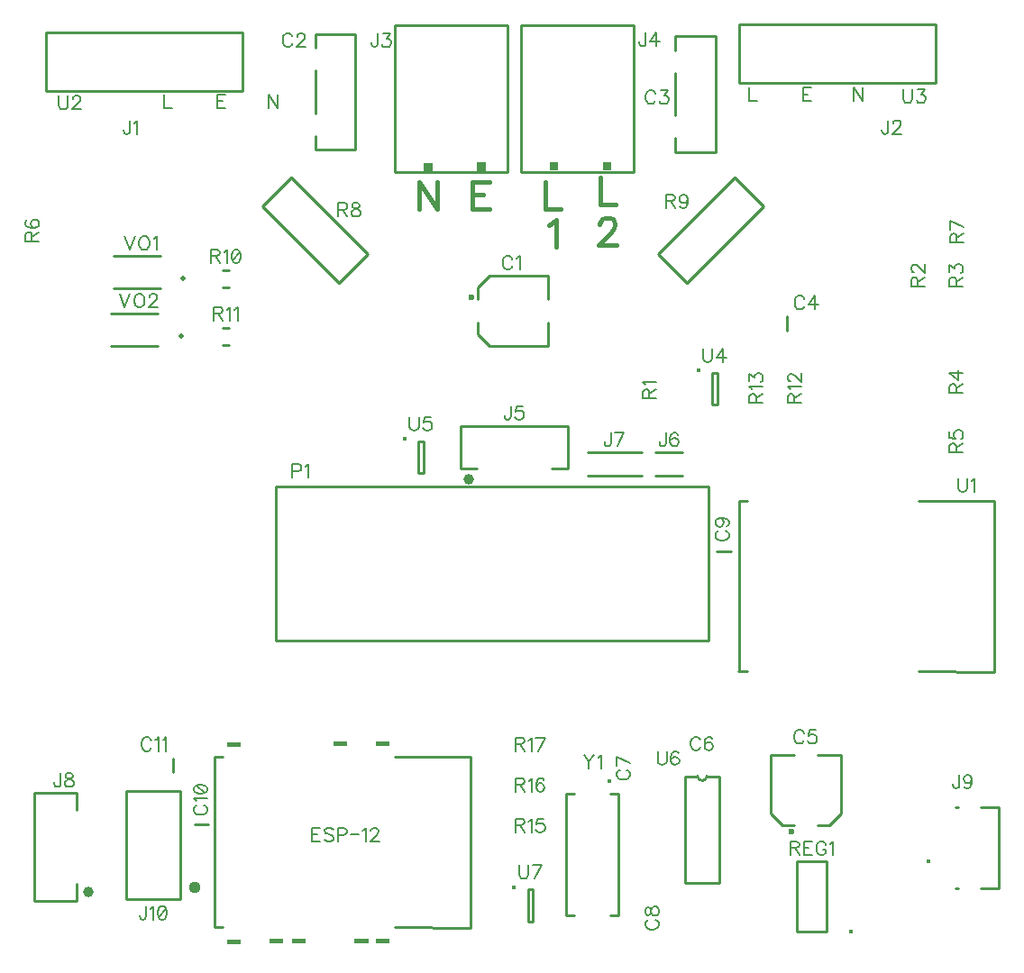
<source format=gto>
G04 DipTrace 2.4.0.2*
%INTopSilk.gto*%
%MOMM*%
%ADD10C,0.25*%
%ADD17C,1.0*%
%ADD18C,1.111*%
%ADD24O,0.392X0.391*%
%ADD26O,0.463X0.471*%
%ADD30O,0.6X0.6*%
%ADD39O,0.401X0.4*%
%ADD115C,0.196*%
%FSLAX53Y53*%
G04*
G71*
G90*
G75*
G01*
%LNTopSilk*%
%LPD*%
X77186Y38339D2*
D10*
Y54341D1*
X77135Y38339D2*
X77948D1*
X77236Y54341D2*
X77948D1*
X94076Y38339D2*
X101189Y38313D1*
X94076Y54341D2*
X101189D1*
Y38339D2*
Y54341D1*
X30613Y92891D2*
X12147D1*
Y98383D1*
X30613D1*
Y92891D1*
X77260Y99189D2*
X95726D1*
Y93697D1*
X77260D1*
Y99189D1*
X33725Y55765D2*
X74325D1*
Y41265D1*
X33725D1*
Y55765D1*
D24*
X73426Y66624D3*
X74700Y66390D2*
D10*
Y63390D1*
X75200D1*
Y66390D1*
X74700D1*
D26*
X25028Y75258D3*
X22850Y74375D2*
D10*
X18450D1*
X22850Y77375D2*
X18450D1*
X44900Y85240D2*
X55500D1*
Y99040D1*
X44900D1*
Y85240D1*
G36*
X47604Y86144D2*
X48401D1*
Y85344D1*
X47604D1*
Y86144D1*
G37*
G36*
X52601Y86169D2*
X53399D1*
Y85370D1*
X52601D1*
Y86169D1*
G37*
X61150Y61440D2*
D10*
Y57440D1*
X51050Y61440D2*
Y57440D1*
Y61440D2*
X61150D1*
X51050Y57440D2*
X52600D1*
X59600D2*
X61150D1*
D17*
X51856Y56399D3*
X59302Y75540D2*
D10*
Y73340D1*
Y75540D2*
X53802D1*
X52703Y74440D2*
X53802Y75540D1*
X52703Y74440D2*
Y73340D1*
X59302Y71140D2*
Y68940D1*
X53802D1*
X52703Y70040D2*
X53802Y68940D1*
X52703Y71140D2*
Y70040D1*
D30*
X52102Y73540D3*
X56710Y85306D2*
D10*
X67310D1*
Y99106D1*
X56710D1*
Y85306D1*
G36*
X59414Y86210D2*
X60211D1*
Y85410D1*
X59414D1*
Y86210D1*
G37*
G36*
X64411Y86235D2*
X65209D1*
Y85436D1*
X64411D1*
Y86235D1*
G37*
X37401Y87360D2*
D10*
Y88700D1*
X41200Y98260D2*
X37401D1*
X41200Y87360D2*
X37401D1*
Y96920D2*
Y98260D1*
Y90810D2*
Y94810D1*
X41200Y87360D2*
Y98260D1*
X71201Y87160D2*
Y88500D1*
X75000Y98060D2*
X71201D1*
X75000Y87160D2*
X71201D1*
Y96720D2*
Y98060D1*
Y90610D2*
Y94610D1*
X75000Y87160D2*
Y98060D1*
X35161Y84773D2*
X42357Y77577D1*
X39663Y74883D2*
X42357Y77577D1*
X32467Y82079D2*
X39663Y74883D1*
X32467Y82079D2*
X35161Y84773D1*
X79533Y82079D2*
X72337Y74883D1*
X69643Y77577D2*
X72337Y74883D1*
X76839Y84773D2*
X69643Y77577D1*
X76839Y84773D2*
X79533Y82079D1*
D26*
X24828Y69858D3*
X22650Y68975D2*
D10*
X18250D1*
X22650Y71975D2*
X18250D1*
X29299Y70639D2*
X28701D1*
X29299Y69041D2*
X28701D1*
X62965Y58910D2*
X68045D1*
X62965Y56770D2*
X68045D1*
X29299Y76039D2*
X28701D1*
X29299Y74441D2*
X28701D1*
D24*
X45826Y60224D3*
X47100Y59990D2*
D10*
Y56990D1*
X47600D1*
Y59990D1*
X47100D1*
X81749Y70391D2*
Y71690D1*
X69365Y58910D2*
X71905D1*
X69365Y56770D2*
X71905D1*
X72155Y28486D2*
Y18487D1*
X72156D2*
X75375D1*
X75376D2*
Y28486D1*
X72156D2*
X73332D1*
X75375D2*
X74199D1*
X73332D2*
G03X74199Y28486I434J35D01*
G01*
D39*
X94993Y20470D3*
X97523Y17970D2*
D10*
X97763D1*
X99943D2*
X101593D1*
Y25569D1*
X99943D1*
X97523D2*
X97763D1*
D24*
X87726Y13939D3*
X85459Y13913D2*
D10*
Y20513D1*
X82660Y13913D2*
Y20513D1*
X85459D2*
X82660D1*
X85459Y13913D2*
X82660D1*
X80167Y30458D2*
X82366D1*
X80167D2*
Y24959D1*
X81267Y23859D2*
X80167Y24959D1*
X81267Y23859D2*
X82366D1*
X84567Y30458D2*
X86767D1*
Y24959D1*
X85666Y23859D2*
X86767Y24959D1*
X84567Y23859D2*
X85666D1*
D30*
X82167Y23258D3*
D24*
X65024Y28065D3*
X65162Y26818D2*
D10*
X65912D1*
X61012Y15418D2*
X61762D1*
X61012Y26818D2*
Y15418D1*
Y26818D2*
X61762D1*
X65162Y15418D2*
X65912D1*
Y26818D2*
Y15418D1*
X11038Y26908D2*
X15038D1*
X11038Y16808D2*
X15038D1*
X11038D2*
Y26908D1*
X15038Y16808D2*
Y18359D1*
Y25358D2*
Y26908D1*
D17*
X16079Y17614D3*
X19643Y16977D2*
D10*
X24723D1*
Y27137D1*
X19643D1*
Y16977D1*
D24*
X56103Y18078D3*
X57376Y17844D2*
D10*
Y14844D1*
X57876D1*
Y17844D1*
X57376D1*
X75151Y49591D2*
X76450D1*
X27960Y14295D2*
Y30296D1*
X27910Y14295D2*
X28723D1*
X28011Y30296D2*
X28723D1*
X44851Y14295D2*
X51964Y14269D1*
X44851Y30296D2*
X51964D1*
Y14295D2*
Y30296D1*
X26050Y23991D2*
X27349D1*
X24051Y30190D2*
Y28891D1*
D18*
X26072Y18009D3*
G36*
X29100Y31640D2*
X30400D1*
Y31240D1*
X29100D1*
Y31640D1*
G37*
G36*
X39100Y31740D2*
X40400D1*
Y31340D1*
X39100D1*
Y31740D1*
G37*
G36*
X43100D2*
X44400D1*
Y31340D1*
X43100D1*
Y31740D1*
G37*
G36*
Y13240D2*
X44400D1*
Y12840D1*
X43100D1*
Y13240D1*
G37*
G36*
X41100D2*
X42400D1*
Y12840D1*
X41100D1*
Y13240D1*
G37*
G36*
X35200D2*
X36500D1*
Y12840D1*
X35200D1*
Y13240D1*
G37*
G36*
X33100D2*
X34400D1*
Y12840D1*
X33100D1*
Y13240D1*
G37*
G36*
X29100Y13140D2*
X30400D1*
Y12740D1*
X29100D1*
Y13140D1*
G37*
X97788Y56500D2*
D115*
Y55589D1*
X97849Y55406D1*
X97971Y55286D1*
X98153Y55224D1*
X98274D1*
X98457Y55286D1*
X98579Y55406D1*
X98639Y55589D1*
Y56500D1*
X99031Y56256D2*
X99153Y56317D1*
X99336Y56498D1*
Y55224D1*
X13333Y92443D2*
Y91532D1*
X13393Y91349D1*
X13515Y91229D1*
X13698Y91167D1*
X13819D1*
X14001Y91229D1*
X14123Y91349D1*
X14184Y91532D1*
Y92443D1*
X14638Y92138D2*
Y92199D1*
X14698Y92321D1*
X14758Y92381D1*
X14881Y92442D1*
X15123D1*
X15244Y92381D1*
X15304Y92321D1*
X15366Y92199D1*
Y92078D1*
X15304Y91956D1*
X15184Y91775D1*
X14576Y91167D1*
X15427D1*
X92646Y93049D2*
Y92138D1*
X92706Y91956D1*
X92828Y91835D1*
X93011Y91773D1*
X93132D1*
X93314Y91835D1*
X93436Y91956D1*
X93497Y92138D1*
Y93049D1*
X94011Y93048D2*
X94678D1*
X94314Y92562D1*
X94497D1*
X94617Y92502D1*
X94678Y92441D1*
X94740Y92259D1*
Y92138D1*
X94678Y91956D1*
X94557Y91834D1*
X94375Y91773D1*
X94192D1*
X94011Y91834D1*
X93951Y91895D1*
X93889Y92016D1*
X35251Y57157D2*
X35799D1*
X35980Y57217D1*
X36042Y57279D1*
X36102Y57400D1*
Y57582D1*
X36042Y57703D1*
X35980Y57765D1*
X35799Y57825D1*
X35251D1*
Y56549D1*
X36494Y57581D2*
X36616Y57642D1*
X36799Y57823D1*
Y56549D1*
X20012Y90132D2*
Y89161D1*
X19951Y88978D1*
X19890Y88918D1*
X19769Y88856D1*
X19647D1*
X19526Y88918D1*
X19466Y88978D1*
X19404Y89161D1*
Y89282D1*
X20404Y89888D2*
X20526Y89950D1*
X20709Y90131D1*
Y88856D1*
X91225Y90132D2*
Y89161D1*
X91165Y88978D1*
X91103Y88918D1*
X90982Y88856D1*
X90860D1*
X90739Y88918D1*
X90679Y88978D1*
X90617Y89161D1*
Y89282D1*
X91679Y89828D2*
Y89888D1*
X91739Y90010D1*
X91800Y90071D1*
X91922Y90131D1*
X92165D1*
X92285Y90071D1*
X92346Y90010D1*
X92408Y89888D1*
Y89767D1*
X92346Y89645D1*
X92225Y89464D1*
X91617Y88856D1*
X92468D1*
X73851Y68679D2*
Y67768D1*
X73911Y67585D1*
X74033Y67465D1*
X74216Y67403D1*
X74337D1*
X74519Y67465D1*
X74641Y67585D1*
X74702Y67768D1*
Y68679D1*
X75702Y67403D2*
Y68678D1*
X75094Y67828D1*
X76005D1*
X19514Y79235D2*
X19999Y77959D1*
X20485Y79235D1*
X21242D2*
X21120Y79175D1*
X20999Y79052D1*
X20938Y78932D1*
X20877Y78749D1*
Y78445D1*
X20938Y78263D1*
X20999Y78141D1*
X21120Y78021D1*
X21242Y77959D1*
X21485D1*
X21606Y78021D1*
X21728Y78141D1*
X21788Y78263D1*
X21849Y78445D1*
Y78749D1*
X21788Y78932D1*
X21728Y79052D1*
X21606Y79175D1*
X21485Y79235D1*
X21242D1*
X22241Y78991D2*
X22363Y79052D1*
X22545Y79233D1*
Y77959D1*
X43282Y98300D2*
Y97328D1*
X43222Y97146D1*
X43160Y97086D1*
X43040Y97024D1*
X42917D1*
X42797Y97086D1*
X42736Y97146D1*
X42675Y97328D1*
Y97449D1*
X43797Y98298D2*
X44464D1*
X44100Y97813D1*
X44283D1*
X44403Y97752D1*
X44464Y97692D1*
X44525Y97510D1*
Y97389D1*
X44464Y97206D1*
X44343Y97084D1*
X44160Y97024D1*
X43978D1*
X43797Y97084D1*
X43736Y97146D1*
X43675Y97267D1*
X68798Y64016D2*
Y64562D1*
X68736Y64745D1*
X68676Y64807D1*
X68555Y64867D1*
X68433D1*
X68312Y64807D1*
X68251Y64745D1*
X68190Y64562D1*
Y64016D1*
X69466D1*
X68798Y64442D2*
X69466Y64867D1*
X68434Y65259D2*
X68373Y65381D1*
X68192Y65564D1*
X69466D1*
X55782Y63300D2*
Y62328D1*
X55722Y62146D1*
X55660Y62086D1*
X55540Y62024D1*
X55417D1*
X55297Y62086D1*
X55236Y62146D1*
X55175Y62328D1*
Y62449D1*
X56903Y63298D2*
X56297D1*
X56236Y62752D1*
X56297Y62813D1*
X56479Y62875D1*
X56660D1*
X56843Y62813D1*
X56965Y62692D1*
X57025Y62510D1*
Y62389D1*
X56965Y62206D1*
X56843Y62084D1*
X56660Y62024D1*
X56479D1*
X56297Y62084D1*
X56236Y62146D1*
X56175Y62267D1*
X93998Y74543D2*
Y75089D1*
X93936Y75272D1*
X93876Y75334D1*
X93755Y75394D1*
X93633D1*
X93512Y75334D1*
X93451Y75272D1*
X93390Y75089D1*
Y74543D1*
X94666D1*
X93998Y74969D2*
X94666Y75394D1*
X93695Y75848D2*
X93634D1*
X93512Y75908D1*
X93452Y75969D1*
X93392Y76091D1*
Y76334D1*
X93452Y76454D1*
X93512Y76515D1*
X93634Y76576D1*
X93755D1*
X93877Y76515D1*
X94058Y76394D1*
X94666Y75786D1*
Y76637D1*
X97598Y74543D2*
Y75089D1*
X97536Y75272D1*
X97476Y75334D1*
X97355Y75394D1*
X97233D1*
X97112Y75334D1*
X97051Y75272D1*
X96990Y75089D1*
Y74543D1*
X98266D1*
X97598Y74969D2*
X98266Y75394D1*
X96992Y75908D2*
Y76575D1*
X97477Y76211D1*
Y76394D1*
X97538Y76515D1*
X97598Y76575D1*
X97781Y76637D1*
X97901D1*
X98084Y76575D1*
X98206Y76454D1*
X98266Y76272D1*
Y76089D1*
X98206Y75908D1*
X98144Y75848D1*
X98023Y75786D1*
X97598Y64513D2*
Y65059D1*
X97536Y65242D1*
X97476Y65303D1*
X97355Y65364D1*
X97233D1*
X97112Y65303D1*
X97051Y65242D1*
X96990Y65059D1*
Y64513D1*
X98266D1*
X97598Y64938D2*
X98266Y65364D1*
Y66364D2*
X96992D1*
X97841Y65756D1*
Y66667D1*
X55923Y77097D2*
X55862Y77217D1*
X55740Y77340D1*
X55619Y77400D1*
X55377D1*
X55254Y77340D1*
X55134Y77217D1*
X55072Y77097D1*
X55012Y76914D1*
Y76610D1*
X55072Y76428D1*
X55134Y76306D1*
X55254Y76186D1*
X55377Y76124D1*
X55619D1*
X55740Y76186D1*
X55862Y76306D1*
X55923Y76428D1*
X56315Y77156D2*
X56437Y77217D1*
X56619Y77398D1*
Y76124D1*
X97598Y58943D2*
Y59489D1*
X97536Y59672D1*
X97476Y59734D1*
X97355Y59794D1*
X97233D1*
X97112Y59734D1*
X97051Y59672D1*
X96990Y59489D1*
Y58943D1*
X98266D1*
X97598Y59369D2*
X98266Y59794D1*
X96992Y60915D2*
Y60308D1*
X97538Y60248D1*
X97477Y60308D1*
X97416Y60491D1*
Y60672D1*
X97477Y60854D1*
X97598Y60976D1*
X97781Y61037D1*
X97901D1*
X98084Y60976D1*
X98206Y60854D1*
X98266Y60672D1*
Y60491D1*
X98206Y60308D1*
X98144Y60248D1*
X98023Y60186D1*
X68462Y98366D2*
Y97395D1*
X68402Y97212D1*
X68340Y97152D1*
X68219Y97090D1*
X68097D1*
X67977Y97152D1*
X67916Y97212D1*
X67854Y97395D1*
Y97515D1*
X69462Y97090D2*
Y98365D1*
X68854Y97515D1*
X69766D1*
X10798Y78774D2*
Y79320D1*
X10736Y79503D1*
X10676Y79564D1*
X10555Y79625D1*
X10433D1*
X10312Y79564D1*
X10251Y79503D1*
X10190Y79320D1*
Y78774D1*
X11466D1*
X10798Y79199D2*
X11466Y79625D1*
X10373Y80746D2*
X10252Y80685D1*
X10192Y80503D1*
Y80382D1*
X10252Y80199D1*
X10434Y80077D1*
X10738Y80017D1*
X11041D1*
X11284Y80077D1*
X11406Y80199D1*
X11466Y80382D1*
Y80442D1*
X11406Y80623D1*
X11284Y80746D1*
X11101Y80806D1*
X11041D1*
X10858Y80746D1*
X10738Y80623D1*
X10677Y80442D1*
Y80382D1*
X10738Y80199D1*
X10858Y80077D1*
X11041Y80017D1*
X97654Y78639D2*
Y79186D1*
X97592Y79368D1*
X97532Y79430D1*
X97411Y79490D1*
X97289D1*
X97169Y79430D1*
X97107Y79368D1*
X97046Y79186D1*
Y78639D1*
X98322D1*
X97654Y79065D2*
X98322Y79490D1*
Y80125D2*
X97048Y80733D1*
Y79882D1*
X35259Y98017D2*
X35199Y98137D1*
X35077Y98260D1*
X34956Y98320D1*
X34713D1*
X34591Y98260D1*
X34470Y98137D1*
X34408Y98017D1*
X34348Y97834D1*
Y97530D1*
X34408Y97348D1*
X34470Y97226D1*
X34591Y97106D1*
X34713Y97044D1*
X34956D1*
X35077Y97106D1*
X35199Y97226D1*
X35259Y97348D1*
X35713Y98015D2*
Y98076D1*
X35773Y98198D1*
X35834Y98258D1*
X35956Y98318D1*
X36199D1*
X36319Y98258D1*
X36380Y98198D1*
X36442Y98076D1*
Y97955D1*
X36380Y97833D1*
X36259Y97652D1*
X35651Y97044D1*
X36502D1*
X69357Y92654D2*
X69296Y92775D1*
X69174Y92897D1*
X69053Y92957D1*
X68811D1*
X68688Y92897D1*
X68568Y92775D1*
X68506Y92654D1*
X68446Y92472D1*
Y92167D1*
X68506Y91986D1*
X68568Y91864D1*
X68688Y91743D1*
X68811Y91681D1*
X69053D1*
X69174Y91743D1*
X69296Y91864D1*
X69357Y91986D1*
X69871Y92956D2*
X70538D1*
X70174Y92470D1*
X70357D1*
X70477Y92410D1*
X70538Y92350D1*
X70599Y92167D1*
Y92046D1*
X70538Y91864D1*
X70417Y91742D1*
X70234Y91681D1*
X70052D1*
X69871Y91742D1*
X69811Y91803D1*
X69749Y91924D1*
X39566Y81757D2*
X40112D1*
X40294Y81819D1*
X40356Y81879D1*
X40416Y82000D1*
Y82122D1*
X40356Y82243D1*
X40294Y82305D1*
X40112Y82365D1*
X39566D1*
Y81089D1*
X39991Y81757D2*
X40416Y81089D1*
X41112Y82364D2*
X40931Y82303D1*
X40869Y82183D1*
Y82061D1*
X40931Y81940D1*
X41051Y81878D1*
X41294Y81818D1*
X41477Y81757D1*
X41598Y81635D1*
X41658Y81514D1*
Y81332D1*
X41598Y81211D1*
X41537Y81149D1*
X41355Y81089D1*
X41112D1*
X40931Y81149D1*
X40869Y81211D1*
X40809Y81332D1*
Y81514D1*
X40869Y81635D1*
X40991Y81757D1*
X41172Y81818D1*
X41415Y81878D1*
X41537Y81940D1*
X41598Y82061D1*
Y82183D1*
X41537Y82303D1*
X41355Y82364D1*
X41112D1*
X70372Y82557D2*
X70918D1*
X71100Y82619D1*
X71162Y82679D1*
X71222Y82800D1*
Y82922D1*
X71162Y83043D1*
X71100Y83105D1*
X70918Y83165D1*
X70372D1*
Y81889D1*
X70797Y82557D2*
X71222Y81889D1*
X72405Y82740D2*
X72343Y82557D1*
X72222Y82435D1*
X72040Y82375D1*
X71979D1*
X71797Y82435D1*
X71676Y82557D1*
X71614Y82740D1*
Y82800D1*
X71676Y82983D1*
X71797Y83103D1*
X71979Y83164D1*
X72040D1*
X72222Y83103D1*
X72343Y82983D1*
X72405Y82740D1*
Y82435D1*
X72343Y82132D1*
X72222Y81949D1*
X72040Y81889D1*
X71919D1*
X71737Y81949D1*
X71676Y82072D1*
X19040Y73835D2*
X19526Y72559D1*
X20012Y73835D1*
X20769D2*
X20647Y73775D1*
X20526Y73652D1*
X20464Y73532D1*
X20404Y73349D1*
Y73045D1*
X20464Y72863D1*
X20526Y72741D1*
X20647Y72621D1*
X20769Y72559D1*
X21012D1*
X21133Y72621D1*
X21255Y72741D1*
X21315Y72863D1*
X21376Y73045D1*
Y73349D1*
X21315Y73532D1*
X21255Y73652D1*
X21133Y73775D1*
X21012Y73835D1*
X20769D1*
X21829Y73530D2*
Y73591D1*
X21890Y73713D1*
X21950Y73773D1*
X22072Y73833D1*
X22315D1*
X22436Y73773D1*
X22496Y73713D1*
X22558Y73591D1*
Y73470D1*
X22496Y73348D1*
X22376Y73167D1*
X21768Y72559D1*
X22618D1*
X27878Y71992D2*
X28424D1*
X28606Y72054D1*
X28668Y72114D1*
X28729Y72235D1*
Y72357D1*
X28668Y72478D1*
X28606Y72540D1*
X28424Y72600D1*
X27878D1*
Y71324D1*
X28303Y71992D2*
X28729Y71324D1*
X29121Y72356D2*
X29243Y72417D1*
X29425Y72598D1*
Y71324D1*
X29818Y72356D2*
X29940Y72417D1*
X30122Y72598D1*
Y71324D1*
X65187Y60770D2*
Y59798D1*
X65127Y59616D1*
X65065Y59556D1*
X64945Y59494D1*
X64822D1*
X64702Y59556D1*
X64641Y59616D1*
X64580Y59798D1*
Y59919D1*
X65823Y59494D2*
X66430Y60768D1*
X65580D1*
X82398Y63595D2*
Y64141D1*
X82336Y64323D1*
X82276Y64385D1*
X82155Y64446D1*
X82033D1*
X81912Y64385D1*
X81851Y64323D1*
X81790Y64141D1*
Y63595D1*
X83066D1*
X82398Y64020D2*
X83066Y64446D1*
X82034Y64838D2*
X81973Y64960D1*
X81792Y65142D1*
X83066D1*
X82095Y65596D2*
X82034D1*
X81912Y65657D1*
X81852Y65717D1*
X81792Y65839D1*
Y66082D1*
X81852Y66203D1*
X81912Y66263D1*
X82034Y66325D1*
X82155D1*
X82277Y66263D1*
X82458Y66142D1*
X83066Y65534D1*
Y66385D1*
X78798Y63595D2*
Y64141D1*
X78736Y64323D1*
X78676Y64385D1*
X78555Y64446D1*
X78433D1*
X78312Y64385D1*
X78251Y64323D1*
X78190Y64141D1*
Y63595D1*
X79466D1*
X78798Y64020D2*
X79466Y64446D1*
X78434Y64838D2*
X78373Y64960D1*
X78192Y65142D1*
X79466D1*
X78192Y65657D2*
Y66323D1*
X78677Y65960D1*
Y66142D1*
X78738Y66263D1*
X78798Y66323D1*
X78981Y66385D1*
X79101D1*
X79284Y66323D1*
X79406Y66203D1*
X79466Y66020D1*
Y65838D1*
X79406Y65657D1*
X79344Y65596D1*
X79223Y65534D1*
X27605Y77392D2*
X28151D1*
X28333Y77454D1*
X28395Y77514D1*
X28456Y77635D1*
Y77757D1*
X28395Y77878D1*
X28333Y77940D1*
X28151Y78000D1*
X27605D1*
Y76724D1*
X28030Y77392D2*
X28456Y76724D1*
X28848Y77756D2*
X28970Y77817D1*
X29152Y77998D1*
Y76724D1*
X29909Y77998D2*
X29727Y77938D1*
X29605Y77756D1*
X29544Y77452D1*
Y77270D1*
X29605Y76967D1*
X29727Y76784D1*
X29909Y76724D1*
X30030D1*
X30213Y76784D1*
X30333Y76967D1*
X30395Y77270D1*
Y77452D1*
X30333Y77756D1*
X30213Y77938D1*
X30030Y77998D1*
X29909D1*
X30333Y77756D2*
X29605Y76967D1*
X46281Y62279D2*
Y61368D1*
X46341Y61185D1*
X46463Y61065D1*
X46646Y61003D1*
X46767D1*
X46949Y61065D1*
X47071Y61185D1*
X47132Y61368D1*
Y62279D1*
X48252Y62278D2*
X47646D1*
X47586Y61732D1*
X47646Y61792D1*
X47828Y61854D1*
X48010D1*
X48192Y61792D1*
X48314Y61671D1*
X48375Y61489D1*
Y61368D1*
X48314Y61185D1*
X48192Y61063D1*
X48010Y61003D1*
X47828D1*
X47646Y61063D1*
X47586Y61125D1*
X47524Y61246D1*
X83354Y73347D2*
X83293Y73467D1*
X83171Y73590D1*
X83050Y73650D1*
X82808D1*
X82685Y73590D1*
X82565Y73467D1*
X82503Y73347D1*
X82443Y73164D1*
Y72860D1*
X82503Y72678D1*
X82565Y72556D1*
X82685Y72436D1*
X82808Y72374D1*
X83050D1*
X83171Y72436D1*
X83293Y72556D1*
X83354Y72678D1*
X84354Y72374D2*
Y73648D1*
X83746Y72799D1*
X84657D1*
X70348Y60770D2*
Y59798D1*
X70288Y59616D1*
X70226Y59556D1*
X70106Y59494D1*
X69983D1*
X69863Y59556D1*
X69802Y59616D1*
X69741Y59798D1*
Y59919D1*
X71469Y60587D2*
X71409Y60708D1*
X71226Y60768D1*
X71106D1*
X70923Y60708D1*
X70801Y60526D1*
X70741Y60222D1*
Y59919D1*
X70801Y59676D1*
X70923Y59554D1*
X71106Y59494D1*
X71166D1*
X71347Y59554D1*
X71469Y59676D1*
X71529Y59859D1*
Y59919D1*
X71469Y60102D1*
X71347Y60222D1*
X71166Y60283D1*
X71106D1*
X70923Y60222D1*
X70801Y60102D1*
X70741Y59919D1*
X69574Y30823D2*
Y29911D1*
X69634Y29729D1*
X69757Y29608D1*
X69939Y29546D1*
X70060D1*
X70242Y29608D1*
X70364Y29729D1*
X70425Y29911D1*
Y30823D1*
X71546Y30640D2*
X71485Y30761D1*
X71303Y30821D1*
X71182D1*
X70999Y30761D1*
X70877Y30578D1*
X70817Y30275D1*
Y29972D1*
X70877Y29729D1*
X70999Y29607D1*
X71182Y29546D1*
X71242D1*
X71423Y29607D1*
X71546Y29729D1*
X71606Y29911D1*
Y29972D1*
X71546Y30154D1*
X71423Y30275D1*
X71242Y30335D1*
X71182D1*
X70999Y30275D1*
X70877Y30154D1*
X70817Y29972D1*
X97906Y28640D2*
Y27668D1*
X97845Y27486D1*
X97784Y27425D1*
X97663Y27364D1*
X97541D1*
X97420Y27425D1*
X97360Y27486D1*
X97298Y27668D1*
Y27789D1*
X99088Y28214D2*
X99026Y28032D1*
X98906Y27910D1*
X98723Y27849D1*
X98663D1*
X98480Y27910D1*
X98360Y28032D1*
X98298Y28214D1*
Y28275D1*
X98360Y28457D1*
X98480Y28578D1*
X98663Y28638D1*
X98723D1*
X98906Y28578D1*
X99026Y28457D1*
X99088Y28214D1*
Y27910D1*
X99026Y27606D1*
X98906Y27424D1*
X98723Y27364D1*
X98602D1*
X98420Y27424D1*
X98360Y27546D1*
X82044Y21765D2*
X82590D1*
X82772Y21826D1*
X82834Y21887D1*
X82894Y22007D1*
Y22130D1*
X82834Y22250D1*
X82772Y22312D1*
X82590Y22372D1*
X82044D1*
Y21096D1*
X82469Y21765D2*
X82894Y21096D1*
X84075Y22372D2*
X83286D1*
Y21096D1*
X84075D1*
X83286Y21765D2*
X83772D1*
X85379Y22069D2*
X85318Y22190D1*
X85196Y22312D1*
X85075Y22372D1*
X84833D1*
X84710Y22312D1*
X84590Y22190D1*
X84528Y22069D1*
X84468Y21887D1*
Y21582D1*
X84528Y21401D1*
X84590Y21279D1*
X84710Y21158D1*
X84833Y21096D1*
X85075D1*
X85196Y21158D1*
X85318Y21279D1*
X85379Y21401D1*
Y21582D1*
X85075D1*
X85771Y22128D2*
X85893Y22190D1*
X86075Y22371D1*
Y21096D1*
X83301Y32542D2*
X83240Y32663D1*
X83118Y32785D1*
X82998Y32845D1*
X82755D1*
X82633Y32785D1*
X82512Y32663D1*
X82450Y32542D1*
X82390Y32360D1*
Y32055D1*
X82450Y31874D1*
X82512Y31752D1*
X82633Y31631D1*
X82755Y31569D1*
X82998D1*
X83118Y31631D1*
X83240Y31752D1*
X83301Y31874D1*
X84421Y32844D2*
X83815D1*
X83755Y32298D1*
X83815Y32358D1*
X83998Y32420D1*
X84179D1*
X84361Y32358D1*
X84483Y32237D1*
X84544Y32055D1*
Y31934D1*
X84483Y31752D1*
X84361Y31630D1*
X84179Y31569D1*
X83998D1*
X83815Y31630D1*
X83755Y31691D1*
X83693Y31812D1*
X73591Y31894D2*
X73530Y32014D1*
X73408Y32136D1*
X73287Y32197D1*
X73045D1*
X72922Y32136D1*
X72802Y32014D1*
X72740Y31894D1*
X72680Y31711D1*
Y31406D1*
X72740Y31225D1*
X72802Y31103D1*
X72922Y30983D1*
X73045Y30921D1*
X73287D1*
X73408Y30983D1*
X73530Y31103D1*
X73591Y31225D1*
X74711Y32014D2*
X74651Y32135D1*
X74469Y32195D1*
X74348D1*
X74165Y32135D1*
X74043Y31953D1*
X73983Y31649D1*
Y31346D1*
X74043Y31103D1*
X74165Y30981D1*
X74348Y30921D1*
X74408D1*
X74589Y30981D1*
X74711Y31103D1*
X74772Y31286D1*
Y31346D1*
X74711Y31529D1*
X74589Y31649D1*
X74408Y31710D1*
X74348D1*
X74165Y31649D1*
X74043Y31529D1*
X73983Y31346D1*
X62628Y30478D2*
X63114Y29870D1*
Y29202D1*
X63599Y30478D2*
X63114Y29870D1*
X63992Y30233D2*
X64114Y30295D1*
X64296Y30476D1*
Y29202D1*
X66010Y29092D2*
X65889Y29032D1*
X65767Y28910D1*
X65706Y28789D1*
Y28546D1*
X65767Y28424D1*
X65889Y28303D1*
X66010Y28241D1*
X66192Y28181D1*
X66497D1*
X66678Y28241D1*
X66800Y28303D1*
X66921Y28424D1*
X66982Y28546D1*
Y28789D1*
X66921Y28910D1*
X66800Y29032D1*
X66678Y29092D1*
X66982Y29727D2*
X65708Y30335D1*
Y29484D1*
X68709Y15009D2*
X68588Y14949D1*
X68466Y14827D1*
X68405Y14706D1*
Y14463D1*
X68466Y14341D1*
X68588Y14220D1*
X68709Y14158D1*
X68891Y14098D1*
X69196D1*
X69377Y14158D1*
X69499Y14220D1*
X69620Y14341D1*
X69682Y14463D1*
Y14706D1*
X69620Y14827D1*
X69499Y14949D1*
X69377Y15009D1*
X68407Y15704D2*
X68467Y15523D1*
X68588Y15462D1*
X68710D1*
X68831Y15523D1*
X68893Y15644D1*
X68953Y15887D1*
X69013Y16069D1*
X69135Y16190D1*
X69256Y16251D1*
X69439D1*
X69559Y16190D1*
X69621Y16130D1*
X69682Y15947D1*
Y15704D1*
X69621Y15523D1*
X69559Y15462D1*
X69439Y15401D1*
X69256D1*
X69135Y15462D1*
X69013Y15584D1*
X68953Y15765D1*
X68893Y16008D1*
X68831Y16130D1*
X68710Y16190D1*
X68588D1*
X68467Y16130D1*
X68407Y15947D1*
Y15704D1*
X13492Y28768D2*
Y27797D1*
X13432Y27614D1*
X13370Y27554D1*
X13249Y27492D1*
X13127D1*
X13006Y27554D1*
X12946Y27614D1*
X12884Y27797D1*
Y27918D1*
X14187Y28767D2*
X14006Y28706D1*
X13945Y28586D1*
Y28464D1*
X14006Y28343D1*
X14127Y28281D1*
X14370Y28221D1*
X14552Y28160D1*
X14673Y28038D1*
X14734Y27918D1*
Y27735D1*
X14673Y27614D1*
X14613Y27553D1*
X14430Y27492D1*
X14187D1*
X14006Y27553D1*
X13945Y27614D1*
X13884Y27735D1*
Y27918D1*
X13945Y28038D1*
X14067Y28160D1*
X14248Y28221D1*
X14491Y28281D1*
X14613Y28343D1*
X14673Y28464D1*
Y28586D1*
X14613Y28706D1*
X14430Y28767D1*
X14187D1*
X21517Y16297D2*
Y15325D1*
X21457Y15143D1*
X21395Y15083D1*
X21274Y15021D1*
X21152D1*
X21031Y15083D1*
X20971Y15143D1*
X20909Y15325D1*
Y15446D1*
X21909Y16053D2*
X22031Y16114D1*
X22214Y16295D1*
Y15021D1*
X22971Y16295D2*
X22788Y16235D1*
X22666Y16053D1*
X22606Y15749D1*
Y15567D1*
X22666Y15264D1*
X22788Y15081D1*
X22971Y15021D1*
X23092D1*
X23274Y15081D1*
X23395Y15264D1*
X23457Y15567D1*
Y15749D1*
X23395Y16053D1*
X23274Y16235D1*
X23092Y16295D1*
X22971D1*
X23395Y16053D2*
X22666Y15264D1*
X56557Y20133D2*
Y19222D1*
X56618Y19040D1*
X56740Y18919D1*
X56922Y18857D1*
X57043D1*
X57225Y18919D1*
X57348Y19040D1*
X57408Y19222D1*
Y20133D1*
X58043Y18857D2*
X58651Y20132D1*
X57800D1*
X75293Y51555D2*
X75173Y51494D1*
X75051Y51372D1*
X74990Y51251D1*
Y51008D1*
X75050Y50886D1*
X75173Y50766D1*
X75293Y50704D1*
X75476Y50643D1*
X75780D1*
X75962Y50704D1*
X76084Y50766D1*
X76204Y50886D1*
X76266Y51008D1*
Y51251D1*
X76204Y51372D1*
X76084Y51494D1*
X75962Y51555D1*
X75416Y52737D2*
X75598Y52675D1*
X75720Y52555D1*
X75781Y52372D1*
Y52312D1*
X75720Y52129D1*
X75598Y52008D1*
X75416Y51947D1*
X75355D1*
X75173Y52008D1*
X75052Y52129D1*
X74992Y52312D1*
Y52372D1*
X75052Y52555D1*
X75173Y52675D1*
X75416Y52737D1*
X75720D1*
X76023Y52675D1*
X76206Y52555D1*
X76266Y52372D1*
Y52251D1*
X76206Y52069D1*
X76084Y52008D1*
X56195Y23901D2*
X56741D1*
X56924Y23962D1*
X56985Y24023D1*
X57046Y24143D1*
Y24266D1*
X56985Y24386D1*
X56924Y24448D1*
X56741Y24508D1*
X56195D1*
Y23232D1*
X56620Y23901D2*
X57046Y23232D1*
X57438Y24264D2*
X57560Y24326D1*
X57743Y24507D1*
Y23232D1*
X58863Y24507D2*
X58257D1*
X58197Y23961D1*
X58257Y24021D1*
X58439Y24083D1*
X58620D1*
X58803Y24021D1*
X58925Y23901D1*
X58985Y23718D1*
Y23597D1*
X58925Y23415D1*
X58803Y23293D1*
X58620Y23232D1*
X58439D1*
X58257Y23293D1*
X58197Y23355D1*
X58135Y23475D1*
X56226Y27711D2*
X56772D1*
X56955Y27773D1*
X57016Y27833D1*
X57077Y27954D1*
Y28076D1*
X57016Y28197D1*
X56955Y28259D1*
X56772Y28319D1*
X56226D1*
Y27043D1*
X56651Y27711D2*
X57077Y27043D1*
X57469Y28075D2*
X57591Y28136D1*
X57773Y28317D1*
Y27043D1*
X58894Y28136D2*
X58834Y28257D1*
X58651Y28317D1*
X58531D1*
X58348Y28257D1*
X58226Y28075D1*
X58166Y27771D1*
Y27468D1*
X58226Y27225D1*
X58348Y27103D1*
X58531Y27043D1*
X58591D1*
X58772Y27103D1*
X58894Y27225D1*
X58955Y27408D1*
Y27468D1*
X58894Y27651D1*
X58772Y27771D1*
X58591Y27832D1*
X58531D1*
X58348Y27771D1*
X58226Y27651D1*
X58166Y27468D1*
X56195Y31521D2*
X56741D1*
X56924Y31583D1*
X56985Y31644D1*
X57046Y31764D1*
Y31886D1*
X56985Y32007D1*
X56924Y32069D1*
X56741Y32129D1*
X56195D1*
Y30853D1*
X56620Y31521D2*
X57046Y30853D1*
X57438Y31885D2*
X57560Y31947D1*
X57743Y32128D1*
Y30853D1*
X58378D2*
X58985Y32128D1*
X58135D1*
X37889Y23647D2*
X37100D1*
Y22371D1*
X37889D1*
X37100Y23039D2*
X37586D1*
X39132Y23465D2*
X39011Y23587D1*
X38829Y23647D1*
X38586D1*
X38404Y23587D1*
X38281Y23465D1*
Y23344D1*
X38343Y23222D1*
X38404Y23161D1*
X38524Y23101D1*
X38889Y22979D1*
X39011Y22919D1*
X39072Y22857D1*
X39132Y22736D1*
Y22554D1*
X39011Y22433D1*
X38829Y22371D1*
X38586D1*
X38404Y22433D1*
X38281Y22554D1*
X39524Y22979D2*
X40072D1*
X40253Y23039D1*
X40315Y23101D1*
X40375Y23222D1*
Y23404D1*
X40315Y23525D1*
X40253Y23587D1*
X40072Y23647D1*
X39524D1*
Y22371D1*
X40767Y23008D2*
X41469D1*
X41861Y23403D2*
X41983Y23465D1*
X42166Y23646D1*
Y22371D1*
X42620Y23342D2*
Y23403D1*
X42680Y23525D1*
X42741Y23585D1*
X42863Y23646D1*
X43106D1*
X43226Y23585D1*
X43287Y23525D1*
X43348Y23403D1*
Y23282D1*
X43287Y23160D1*
X43166Y22979D1*
X42558Y22371D1*
X43409D1*
X26293Y25776D2*
X26173Y25716D1*
X26051Y25593D1*
X25990Y25473D1*
Y25230D1*
X26050Y25108D1*
X26173Y24987D1*
X26293Y24925D1*
X26476Y24865D1*
X26780D1*
X26962Y24925D1*
X27084Y24987D1*
X27204Y25108D1*
X27266Y25230D1*
Y25473D1*
X27204Y25593D1*
X27084Y25716D1*
X26962Y25776D1*
X26234Y26168D2*
X26173Y26290D1*
X25992Y26473D1*
X27266D1*
X25992Y27230D2*
X26052Y27047D1*
X26234Y26925D1*
X26538Y26865D1*
X26720D1*
X27023Y26925D1*
X27206Y27047D1*
X27266Y27230D1*
Y27351D1*
X27206Y27533D1*
X27023Y27654D1*
X26720Y27716D1*
X26538D1*
X26234Y27654D1*
X26052Y27533D1*
X25992Y27351D1*
Y27230D1*
X26234Y27654D2*
X27023Y26925D1*
X22009Y31847D2*
X21949Y31967D1*
X21827Y32090D1*
X21706Y32150D1*
X21463D1*
X21341Y32090D1*
X21220Y31967D1*
X21158Y31847D1*
X21098Y31664D1*
Y31360D1*
X21158Y31178D1*
X21220Y31056D1*
X21341Y30936D1*
X21463Y30874D1*
X21706D1*
X21827Y30936D1*
X21949Y31056D1*
X22009Y31178D1*
X22401Y31906D2*
X22523Y31967D1*
X22706Y32148D1*
Y30874D1*
X23098Y31906D2*
X23220Y31967D1*
X23403Y32148D1*
Y30874D1*
X48901Y84375D2*
D24*
Y81822D1*
X47200Y84375D1*
Y81822D1*
X53778Y84375D2*
X52200D1*
Y81822D1*
X53778D1*
X52200Y83159D2*
X53171D1*
X59000Y84375D2*
Y81822D1*
X60457D1*
X59400Y80286D2*
X59644Y80410D1*
X60009Y80772D1*
Y78222D1*
X64200Y84775D2*
Y82222D1*
X65657D1*
X64124Y80365D2*
Y80486D1*
X64244Y80730D1*
X64365Y80851D1*
X64609Y80972D1*
X65095D1*
X65336Y80851D1*
X65457Y80730D1*
X65581Y80486D1*
Y80245D1*
X65457Y80000D1*
X65216Y79638D1*
X64000Y78422D1*
X65701D1*
X23207Y92570D2*
D115*
Y91294D1*
X23936D1*
X28996Y92570D2*
X28207D1*
Y91294D1*
X28996D1*
X28207Y91962D2*
X28693D1*
X33858Y92570D2*
Y91294D1*
X33007Y92570D1*
Y91294D1*
X78197Y93205D2*
Y91929D1*
X78926D1*
X83986Y93205D2*
X83197D1*
Y91929D1*
X83986D1*
X83197Y92597D2*
X83683D1*
X88848Y93205D2*
Y91929D1*
X87997Y93205D1*
Y91929D1*
M02*

</source>
